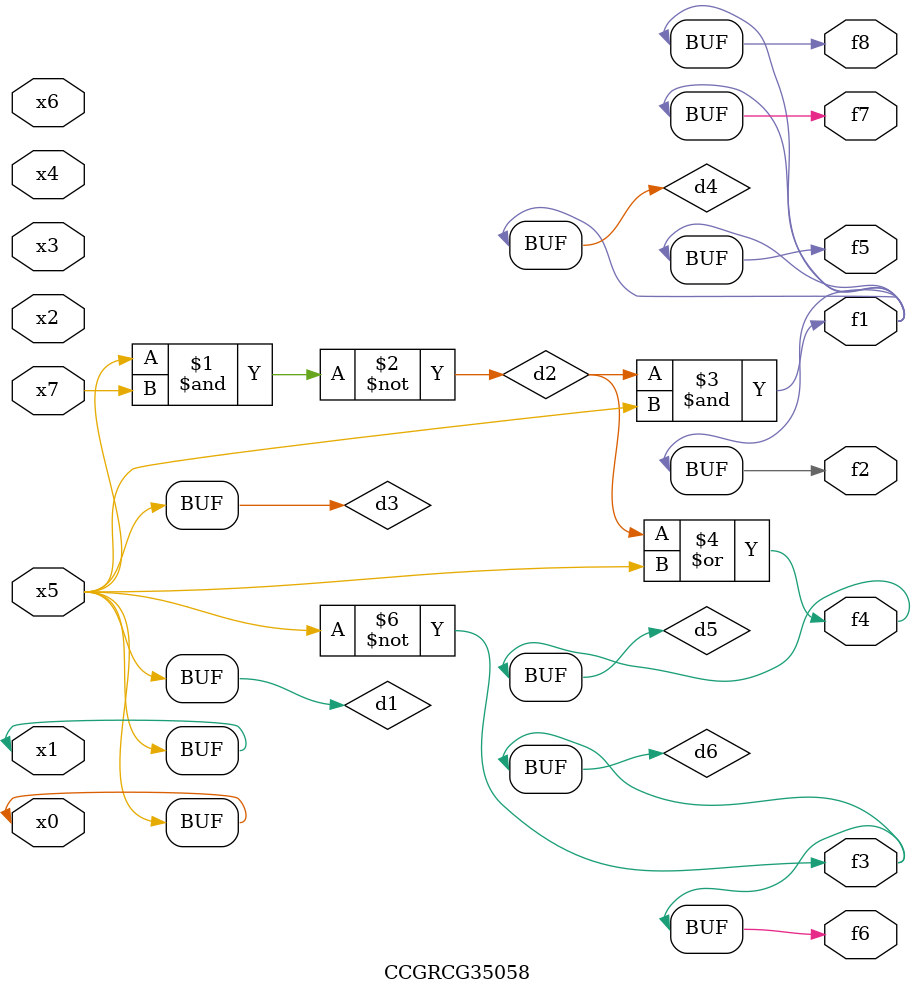
<source format=v>
module CCGRCG35058(
	input x0, x1, x2, x3, x4, x5, x6, x7,
	output f1, f2, f3, f4, f5, f6, f7, f8
);

	wire d1, d2, d3, d4, d5, d6;

	buf (d1, x0, x5);
	nand (d2, x5, x7);
	buf (d3, x0, x1);
	and (d4, d2, d3);
	or (d5, d2, d3);
	nor (d6, d1, d3);
	assign f1 = d4;
	assign f2 = d4;
	assign f3 = d6;
	assign f4 = d5;
	assign f5 = d4;
	assign f6 = d6;
	assign f7 = d4;
	assign f8 = d4;
endmodule

</source>
